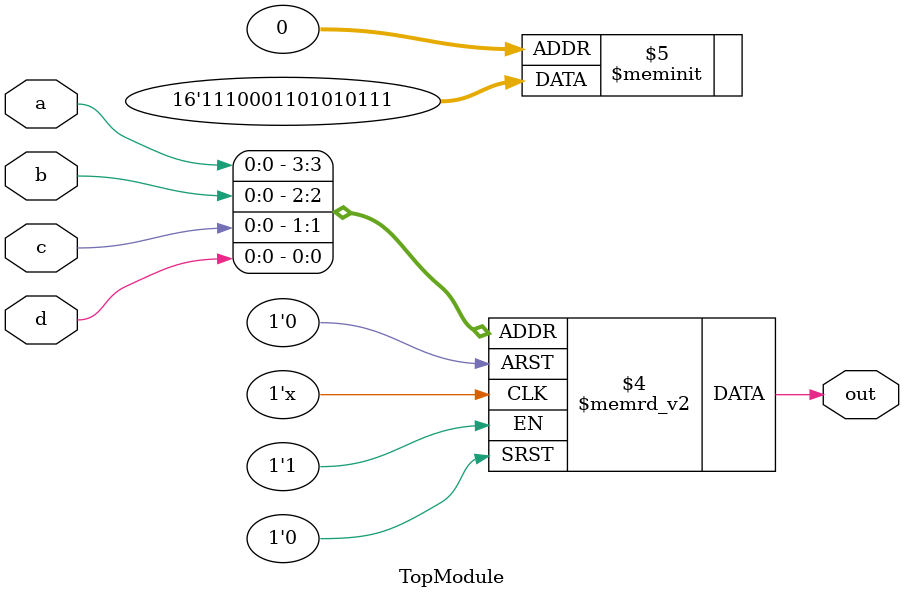
<source format=sv>
module TopModule(
    input logic a,
    input logic b,
    input logic c,
    input logic d,
    output logic out
);

    always @(*) begin
        case ({a, b, c, d})
            4'b0000: out = 1'b1;
            4'b0001: out = 1'b1;
            4'b0010: out = 1'b1;
            4'b0011: out = 1'b0;
            4'b0100: out = 1'b1;
            4'b0101: out = 1'b0;
            4'b0110: out = 1'b1;
            4'b0111: out = 1'b0;
            4'b1000: out = 1'b1;
            4'b1001: out = 1'b1;
            4'b1010: out = 1'b0;
            4'b1011: out = 1'b0;
            4'b1100: out = 1'b0;
            4'b1101: out = 1'b1;
            4'b1110: out = 1'b1;
            4'b1111: out = 1'b1;
            default: out = 1'b0; // Default case for safety
        endcase
    end

endmodule
</source>
